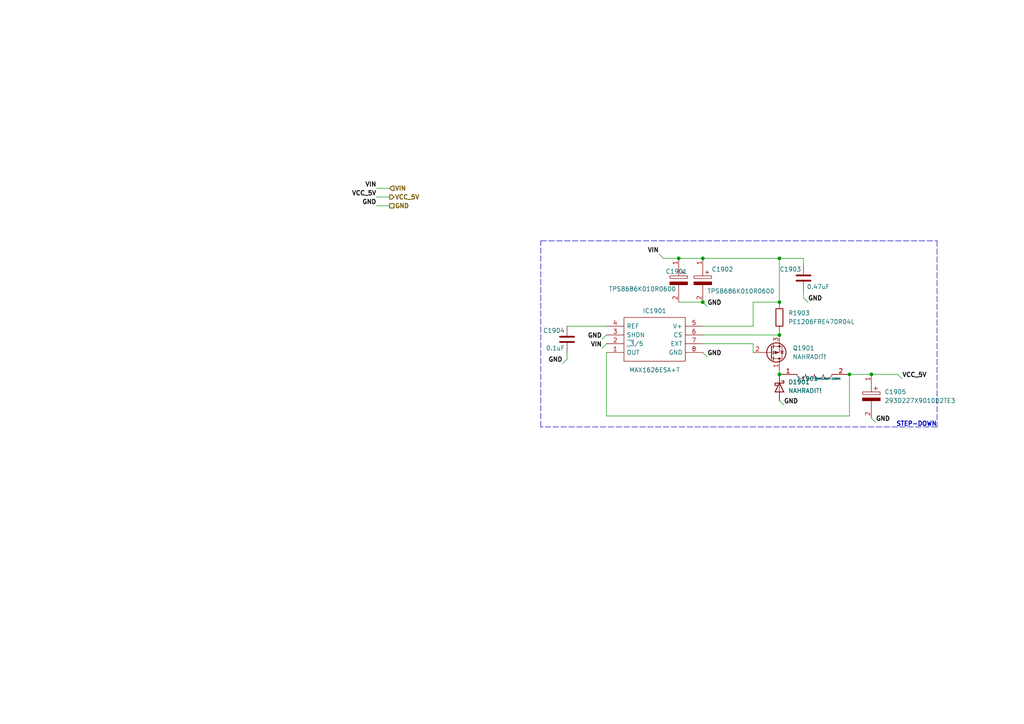
<source format=kicad_sch>
(kicad_sch (version 20211123) (generator eeschema)
  (paper "A4")
  (title_block (title "CanSat 2023") (rev "2023") (company "The Project SkyFall") (comment 1 "David Haisman"))
  (lib_symbols
    (symbol "Device:C" (pin_numbers hide) (pin_names (offset 0.254))
      (property "Reference" "C" (at 0.635 2.54 0))
      (property "Value" "C" (at 0.635 -2.54 0))
      (symbol "C_0_1"
        (polyline (pts (xy -2.032 -0.762) (xy 2.032 -0.762)) (stroke (width 0.508)))
        (polyline (pts (xy -2.032 0.762) (xy 2.032 0.762)) (stroke (width 0.508)))
      )
      (symbol "C_1_1"
        (pin passive line (at 0 3.81 270) (length 2.794) (name "~") (number "1"))
        (pin passive line (at 0 -3.81 90) (length 2.794) (name "~") (number "2"))
      )
    )
    (symbol "Device:D_Schottky" (pin_numbers hide) (pin_names (offset 1.016) hide)
      (property "Reference" "D" (at 0 2.54 0))
      (property "Value" "D_Schottky" (at 0 -2.54 0))
      (symbol "D_Schottky_0_1"
        (polyline (pts (xy 1.27 0) (xy -1.27 0)))
        (polyline (pts (xy 1.27 1.27) (xy 1.27 -1.27) (xy -1.27 0) (xy 1.27 1.27)) (stroke (width 0.254)))
        (polyline (pts (xy -1.905 0.635) (xy -1.905 1.27) (xy -1.27 1.27) (xy -1.27 -1.27) (xy -0.635 -1.27) (xy -0.635 -0.635)) (stroke (width 0.254)))
      )
      (symbol "D_Schottky_1_1"
        (pin passive line (at -3.81 0 0) (length 2.54) (name "K") (number "1"))
        (pin passive line (at 3.81 0 180) (length 2.54) (name "A") (number "2"))
      )
    )
    (symbol "Device:Q_PMOS_DGS" (pin_names (offset 0) hide)
      (property "Reference" "Q" (at 5.08 1.27 0))
      (property "Value" "Q_PMOS_DGS" (at 5.08 -1.27 0))
      (symbol "Q_PMOS_DGS_0_1"
        (polyline (pts (xy 0.254 0) (xy -2.54 0)))
        (polyline (pts (xy 0.254 1.905) (xy 0.254 -1.905)) (stroke (width 0.254)))
        (polyline (pts (xy 0.762 -1.27) (xy 0.762 -2.286)) (stroke (width 0.254)))
        (polyline (pts (xy 0.762 0.508) (xy 0.762 -0.508)) (stroke (width 0.254)))
        (polyline (pts (xy 0.762 2.286) (xy 0.762 1.27)) (stroke (width 0.254)))
        (polyline (pts (xy 2.54 2.54) (xy 2.54 1.778)))
        (polyline (pts (xy 2.54 -2.54) (xy 2.54 0) (xy 0.762 0)))
        (polyline (pts (xy 0.762 1.778) (xy 3.302 1.778) (xy 3.302 -1.778) (xy 0.762 -1.778)))
        (polyline (pts (xy 2.286 0) (xy 1.27 0.381) (xy 1.27 -0.381) (xy 2.286 0)) (fill (type outline)))
        (polyline (pts (xy 2.794 -0.508) (xy 2.921 -0.381) (xy 3.683 -0.381) (xy 3.81 -0.254)))
        (polyline (pts (xy 3.302 -0.381) (xy 2.921 0.254) (xy 3.683 0.254) (xy 3.302 -0.381)))
        (circle (center 1.651 0) (radius 2.794) (stroke (width 0.254)))
        (circle (center 2.54 -1.778) (radius 0.254) (fill (type outline)))
        (circle (center 2.54 1.778) (radius 0.254) (fill (type outline)))
      )
      (symbol "Q_PMOS_DGS_1_1"
        (pin passive line (at 2.54 5.08 270) (length 2.54) (name "D") (number "1"))
        (pin input line (at -5.08 0 0) (length 2.54) (name "G") (number "2"))
        (pin passive line (at 2.54 -5.08 90) (length 2.54) (name "S") (number "3"))
      )
    )
    (symbol "Device:R" (pin_numbers hide) (pin_names (offset 0))
      (property "Reference" "R" (at 2.032 0 90))
      (property "Value" "R" (at 0 0 90))
      (symbol "R_0_1"
        (rectangle (start -1.016 -2.54) (end 1.016 2.54) (stroke (width 0.254)))
      )
      (symbol "R_1_1"
        (pin passive line (at 0 3.81 270) (length 1.27) (name "~") (number "1"))
        (pin passive line (at 0 -3.81 90) (length 1.27) (name "~") (number "2"))
      )
    )
    (symbol "SamacSys_Parts2:293D227X9010D2TE3" (pin_names (offset 0.762))
      (property "Reference" "C" (at 8.89 6.35 0))
      (property "Value" "293D227X9010D2TE3" (at 8.89 3.81 0))
      (symbol "293D227X9010D2TE3_0_0"
        (pin passive line (at 0 0 0) (length 2.54) (name "~") (number "1"))
        (pin passive line (at 12.7 0 180) (length 2.54) (name "~") (number "2"))
      )
      (symbol "293D227X9010D2TE3_0_1"
        (polyline (pts (xy 2.54 0) (xy 5.08 0)) (stroke (width 0.1524)))
        (polyline (pts (xy 4.064 1.778) (xy 4.064 0.762)) (stroke (width 0.1524)))
        (polyline (pts (xy 4.572 1.27) (xy 3.556 1.27)) (stroke (width 0.1524)))
        (polyline (pts (xy 7.62 0) (xy 10.16 0)) (stroke (width 0.1524)))
        (polyline (pts (xy 5.08 2.54) (xy 5.08 -2.54) (xy 5.842 -2.54) (xy 5.842 2.54) (xy 5.08 2.54)) (stroke (width 0.1524)))
        (polyline (pts (xy 7.62 2.54) (xy 7.62 -2.54) (xy 6.858 -2.54) (xy 6.858 2.54) (xy 7.62 2.54)) (stroke (width 0.254)) (fill (type outline)))
      )
    )
    (symbol "SamacSys_Parts2:CDRH125NP-220MC" (pin_names (offset 0.762))
      (property "Reference" "L" (at 16.51 6.35 0))
      (property "Value" "CDRH125NP-220MC" (at 16.51 3.81 0))
      (symbol "CDRH125NP-220MC_0_0"
        (pin passive line (at 0 0 0) (length 5.08) (name "~") (number "1"))
        (pin passive line (at 20.32 0 180) (length 5.08) (name "~") (number "2"))
      )
      (symbol "CDRH125NP-220MC_0_1"
        (arc (start 5.08 0) (mid 6.35 -1.3218) (end 7.62 0) (stroke (width 0.1524)))
        (arc (start 7.62 0) (mid 8.89 -1.3218) (end 10.16 0) (stroke (width 0.1524)))
        (arc (start 10.16 0) (mid 11.43 -1.3218) (end 12.7 0) (stroke (width 0.1524)))
        (arc (start 12.7 0) (mid 13.97 -1.3218) (end 15.24 0) (stroke (width 0.1524)))
      )
    )
    (symbol "SamacSys_Parts2:TPSB686K010R0600" (pin_names (offset 0.762))
      (property "Reference" "C" (at 8.89 6.35 0))
      (property "Value" "TPSB686K010R0600" (at 8.89 3.81 0))
      (symbol "TPSB686K010R0600_0_0"
        (pin passive line (at 0 0 0) (length 2.54) (name "~") (number "1"))
        (pin passive line (at 12.7 0 180) (length 2.54) (name "~") (number "2"))
      )
      (symbol "TPSB686K010R0600_0_1"
        (polyline (pts (xy 2.54 0) (xy 5.08 0)) (stroke (width 0.1524)))
        (polyline (pts (xy 4.064 1.778) (xy 4.064 0.762)) (stroke (width 0.1524)))
        (polyline (pts (xy 4.572 1.27) (xy 3.556 1.27)) (stroke (width 0.1524)))
        (polyline (pts (xy 7.62 0) (xy 10.16 0)) (stroke (width 0.1524)))
        (polyline (pts (xy 5.08 2.54) (xy 5.08 -2.54) (xy 5.842 -2.54) (xy 5.842 2.54) (xy 5.08 2.54)) (stroke (width 0.1524)))
        (polyline (pts (xy 7.62 2.54) (xy 7.62 -2.54) (xy 6.858 -2.54) (xy 6.858 2.54) (xy 7.62 2.54)) (stroke (width 0.254)) (fill (type outline)))
      )
    )
    (symbol "SamacSys_Parts:MAX1626ESA+T" (pin_names (offset 0.762))
      (property "Reference" "IC" (at 24.13 7.62 0))
      (property "Value" "MAX1626ESA+T" (at 24.13 5.08 0))
      (symbol "MAX1626ESA+T_0_0"
        (pin passive line (at 0 0 0) (length 5.08) (name "OUT") (number "1"))
        (pin passive line (at 0 -2.54 0) (length 5.08) (name "~{_3}/5") (number "2"))
        (pin passive line (at 0 -5.08 0) (length 5.08) (name "SHDN") (number "3"))
        (pin passive line (at 0 -7.62 0) (length 5.08) (name "REF") (number "4"))
        (pin passive line (at 27.94 -7.62 180) (length 5.08) (name "V+") (number "5"))
        (pin passive line (at 27.94 -5.08 180) (length 5.08) (name "CS") (number "6"))
        (pin passive line (at 27.94 -2.54 180) (length 5.08) (name "EXT") (number "7"))
        (pin passive line (at 27.94 0 180) (length 5.08) (name "GND") (number "8"))
      )
      (symbol "MAX1626ESA+T_0_1"
        (polyline (pts (xy 5.08 2.54) (xy 22.86 2.54) (xy 22.86 -10.16) (xy 5.08 -10.16) (xy 5.08 2.54)) (stroke (width 0.1524)))
      )
    )
  )
  (junction (at 226.06 97.155))
  (junction (at 226.06 87.63))
  (junction (at 226.06 108.585))
  (junction (at 246.38 108.585))
  (junction (at 252.73 108.585))
  (junction (at 226.06 74.93))
  (junction (at 196.85 74.93))
  (junction (at 203.835 87.63))
  (junction (at 203.835 74.93))
  (wire (pts (xy 196.85 87.63) (xy 203.835 87.63)))
  (wire (pts (xy 203.835 87.63) (xy 205.105 88.9)))
  (wire (pts (xy 164.465 94.615) (xy 175.895 94.615)))
  (wire (pts (xy 252.73 108.585) (xy 260.35 108.585)))
  (wire (pts (xy 109.22 59.69) (xy 113.03 59.69)))
  (wire (pts (xy 246.38 108.585) (xy 246.38 120.65)))
  (wire (pts (xy 113.03 57.15) (xy 109.22 57.15)))
  (wire (pts (xy 218.44 87.63) (xy 226.06 87.63)))
  (wire (pts (xy 246.38 108.585) (xy 252.73 108.585)))
  (wire (pts (xy 226.06 74.93) (xy 233.045 74.93)))
  (wire (pts (xy 203.835 74.93) (xy 196.85 74.93)))
  (wire (pts (xy 164.465 102.235) (xy 164.465 104.14)))
  (wire (pts (xy 164.465 104.14) (xy 163.195 105.41)))
  (polyline (pts (xy 156.845 69.85) (xy 271.78 69.85)))
  (wire (pts (xy 233.045 76.835) (xy 233.045 74.93)))
  (wire (pts (xy 260.35 108.585) (xy 261.62 109.855)))
  (wire (pts (xy 233.045 86.36) (xy 234.315 87.63)))
  (wire (pts (xy 175.895 97.155) (xy 174.625 98.425)))
  (wire (pts (xy 109.22 54.61) (xy 113.03 54.61)))
  (wire (pts (xy 175.895 120.65) (xy 246.38 120.65)))
  (wire (pts (xy 252.73 121.285) (xy 254 122.555)))
  (wire (pts (xy 218.44 94.615) (xy 218.44 87.63)))
  (wire (pts (xy 175.895 99.695) (xy 174.625 100.965)))
  (wire (pts (xy 226.06 95.885) (xy 226.06 97.155)))
  (wire (pts (xy 218.44 99.695) (xy 218.44 102.235)))
  (wire (pts (xy 191.135 73.66) (xy 192.405 74.93)))
  (wire (pts (xy 226.06 88.265) (xy 226.06 87.63)))
  (wire (pts (xy 203.835 94.615) (xy 218.44 94.615)))
  (wire (pts (xy 203.835 74.93) (xy 226.06 74.93)))
  (polyline (pts (xy 156.845 123.825) (xy 156.845 69.85)))
  (wire (pts (xy 226.06 116.205) (xy 227.33 117.475)))
  (polyline (pts (xy 271.78 123.825) (xy 156.845 123.825)))
  (wire (pts (xy 226.06 87.63) (xy 226.06 74.93)))
  (wire (pts (xy 233.045 84.455) (xy 233.045 86.36)))
  (wire (pts (xy 203.835 102.235) (xy 205.105 103.505)))
  (wire (pts (xy 226.06 108.585) (xy 226.06 107.315)))
  (polyline (pts (xy 271.78 69.85) (xy 271.78 123.825)))
  (wire (pts (xy 203.835 99.695) (xy 218.44 99.695)))
  (wire (pts (xy 175.895 102.235) (xy 175.895 120.65)))
  (wire (pts (xy 192.405 74.93) (xy 196.85 74.93)))
  (wire (pts (xy 203.835 97.155) (xy 226.06 97.155)))
  (text "STEP-DOWN" (at 271.78 123.825 180) (effects (font (size 1.27 1.27) (thickness 0.254) bold) (justify right bottom)))
  (label "GND" (at 205.105 103.505 0) (effects (font (thickness 0.254) bold)))
  (label "GND" (at 163.195 105.41 180) (effects (font (thickness 0.254) bold)))
  (label "VIN" (at 174.625 100.965 180) (effects (font (thickness 0.254) bold)))
  (label "GND" (at 109.22 59.69 180) (effects (font (thickness 0.254) bold)))
  (label "GND" (at 254 122.555 0) (effects (font (thickness 0.254) bold)))
  (label "GND" (at 174.625 98.425 180) (effects (font (thickness 0.254) bold)))
  (label "GND" (at 234.315 87.63 0) (effects (font (thickness 0.254) bold)))
  (label "VIN" (at 191.135 73.66 180) (effects (font (thickness 0.254) bold)))
  (label "VCC_5V" (at 261.62 109.855 0) (effects (font (thickness 0.254) bold)))
  (label "GND" (at 227.33 117.475 0) (effects (font (thickness 0.254) bold)))
  (label "VIN" (at 109.22 54.61 180) (effects (font (thickness 0.254) bold)))
  (label "GND" (at 205.105 88.9 0) (effects (font (thickness 0.254) bold)))
  (label "VCC_5V" (at 109.22 57.15 180) (effects (font (thickness 0.254) bold)))
  (hierarchical_label "VIN" (shape input) (at 113.03 54.61 0) (effects (font bold)))
  (hierarchical_label "GND" (shape passive) (at 113.03 59.69 0) (effects (font bold)))
  (hierarchical_label "VCC_5V" (shape output) (at 113.03 57.15 0) (effects (font bold)))
  (symbol (lib_id "SamacSys_Parts2:TPSB686K010R0600") (at 196.85 74.93 270) (unit 1)
    (property "Reference" "C1901" (at 193.04 78.74 90) (effects (justify left)))
    (property "Value" "TPSB686K010R0600" (at 176.53 83.82 90) (effects (justify left)))
    (property "Footprint" "CAPPM3528X210N" (effects hide))
    (property "Datasheet" "https://componentsearchengine.com/Datasheets/1/TPSB686K010R0600.pdf" (effects hide))
    (property "Description" "AVX Electrolytic Capacitor 68F 10V dc Electrolytic Solid +/-10% Tolerance TPS Series" (effects hide))
    (property "Height" "2.1" (effects hide))
    (property "Mouser Part Number" "581-TPSB686K010R0600" (effects hide))
    (property "Mouser Price/Stock" "https://www.mouser.com/Search/Refine.aspx?Keyword=581-TPSB686K010R0600" (effects hide))
    (property "Manufacturer_Name" "AVX" (effects hide))
    (property "Manufacturer_Part_Number" "TPSB686K010R0600" (effects hide))
  )
  (symbol (lib_id "Device:C") (at 233.045 80.645 0) (mirror y) (unit 1)
    (property "Reference" "C1903" (at 232.41 78.105 0) (effects (justify left)))
    (property "Value" "0.47uF" (at 240.665 83.185 0) (effects (justify left)))
    (property "Footprint" "Capacitor_SMD:C_0402_1005Metric" (effects hide))
  )
  (symbol (lib_id "Device:D_Schottky") (at 226.06 112.395 270) (unit 1)
    (property "Reference" "D1901" (at 228.6 110.8074 90) (effects (justify left)))
    (property "Value" "NAHRADIT!" (at 228.6 113.3474 90) (effects (justify left)))
    (property "Footprint" "Diode_SMD:D_0402_1005Metric" (effects hide))
  )
  (symbol (lib_id "SamacSys_Parts2:CDRH125NP-220MC") (at 226.06 108.585 0) (unit 1)
    (property "Reference" "L1901" (at 234.315 109.855 0))
    (property "Value" "CDRH125NP-220MC" (at 240.03 109.855 0) (effects (font (size 0.5 0.5))))
    (property "Footprint" "CDRH125101MC" (effects hide))
    (property "Datasheet" "http://products.sumida.com/products/pdf/CDRH125,CDRH125LD.pdf" (effects hide))
    (property "Description" "Fixed Inductors 22uH 2.80A 0.028ohms" (effects hide))
    (property "Height" "6" (effects hide))
    (property "Mouser Part Number" "851-CDRH125NP-220MC" (effects hide))
    (property "Mouser Price/Stock" "https://www.mouser.co.uk/ProductDetail/Sumida/CDRH125NP-220MC?qs=yEEOfDmvQDX7sNyZ0f3HJA%3D%3D" (effects hide))
    (property "Manufacturer_Name" "Sumida" (effects hide))
    (property "Manufacturer_Part_Number" "CDRH125NP-220MC" (effects hide))
  )
  (symbol (lib_id "Device:C") (at 164.465 98.425 0) (mirror y) (unit 1)
    (property "Reference" "C1904" (at 163.83 95.885 0) (effects (justify left)))
    (property "Value" "0.1uF" (at 163.83 100.965 0) (effects (justify left)))
    (property "Footprint" "Capacitor_SMD:C_0402_1005Metric" (effects hide))
  )
  (symbol (lib_id "SamacSys_Parts:MAX1626ESA+T") (at 175.895 102.235 0) (mirror x) (unit 1)
    (property "Reference" "IC1901" (at 189.865 90.17 0))
    (property "Value" "MAX1626ESA+T" (at 189.865 107.315 0))
    (property "Footprint" "SamacSys_Parts:SOIC127P600X175-8N" (effects hide))
    (property "Datasheet" "https://datasheets.maximintegrated.com/en/ds/MAX1626-MAX1627.pdf" (effects hide))
    (property "Description" "MAXIM INTEGRATED PRODUCTS - MAX1626ESA+T - DC/DC Controller, Buck (Step Down), 3 V to 16.5 V, 1 Output, 300kHz PWM Switching, NSOIC-8" (effects hide))
    (property "Height" "1.75" (effects hide))
    (property "Mouser Part Number" "700-MAX1626ESAT" (effects hide))
    (property "Mouser Price/Stock" "https://www.mouser.co.uk/ProductDetail/Maxim-Integrated/MAX1626ESA%2bT/?qs=Mqkh4jHMT8ylHTywJFaQhw%3D%3D" (effects hide))
    (property "Manufacturer_Name" "Maxim Integrated" (effects hide))
    (property "Manufacturer_Part_Number" "MAX1626ESA+T" (effects hide))
    (property "EV_kit" "https://datasheets.maximintegrated.com/en/ds/MAX1626EVKIT.pdf" (effects hide))
  )
  (symbol (lib_id "SamacSys_Parts2:293D227X9010D2TE3") (at 252.73 108.585 270) (unit 1)
    (property "Reference" "C1905" (at 256.54 113.6649 90) (effects (justify left)))
    (property "Value" "293D227X9010D2TE3" (at 256.54 116.2049 90) (effects (justify left)))
    (property "Footprint" "CAPPM7343X310N" (effects hide))
    (property "Datasheet" "http://www.vishay.com/doc?40002" (effects hide))
    (property "Description" "Solid Tantalum Surface Mount Chip Capacitors TANTAMOUNT(TM), Molded Case, Standard Industrial Grade" (effects hide))
    (property "Height" "3.1" (effects hide))
    (property "Mouser Part Number" "74-293D227X9010D2TE3" (effects hide))
    (property "Mouser Price/Stock" "https://www.mouser.co.uk/ProductDetail/Vishay-Sprague/293D227X9010D2TE3?qs=CH3Q5FKf4qDv8K%252BjTwpIww%3D%3D" (effects hide))
    (property "Manufacturer_Name" "Vishay" (effects hide))
    (property "Manufacturer_Part_Number" "293D227X9010D2TE3" (effects hide))
  )
  (symbol (lib_id "SamacSys_Parts2:TPSB686K010R0600") (at 203.835 74.93 270) (unit 1)
    (property "Reference" "C1902" (at 206.375 78.105 90) (effects (justify left)))
    (property "Value" "TPSB686K010R0600" (at 205.105 84.455 90) (effects (justify left)))
    (property "Footprint" "CAPPM3528X210N" (effects hide))
    (property "Datasheet" "https://componentsearchengine.com/Datasheets/1/TPSB686K010R0600.pdf" (effects hide))
    (property "Description" "AVX Electrolytic Capacitor 68F 10V dc Electrolytic Solid +/-10% Tolerance TPS Series" (effects hide))
    (property "Height" "2.1" (effects hide))
    (property "Mouser Part Number" "581-TPSB686K010R0600" (effects hide))
    (property "Mouser Price/Stock" "https://www.mouser.com/Search/Refine.aspx?Keyword=581-TPSB686K010R0600" (effects hide))
    (property "Manufacturer_Name" "AVX" (effects hide))
    (property "Manufacturer_Part_Number" "TPSB686K010R0600" (effects hide))
  )
  (symbol (lib_id "Device:Q_PMOS_DGS") (at 223.52 102.235 0) (mirror x) (unit 1)
    (property "Reference" "Q1901" (at 229.87 100.9649 0) (effects (justify left)))
    (property "Value" "NAHRADIT!" (at 229.87 103.5049 0) (effects (justify left)))
    (property "Footprint" "Package_TO_SOT_SMD:SOT-23" (effects hide))
  )
  (symbol (lib_id "Device:R") (at 226.06 92.075 0) (unit 1)
    (property "Reference" "R1903" (at 228.6 90.8049 0) (effects (justify left)))
    (property "Value" "PE1206FRE470R04L" (at 228.6 93.3449 0) (effects (justify left)))
    (property "Footprint" "Resistor_SMD:R_1206_3216Metric" (effects hide))
  )
)
</source>
